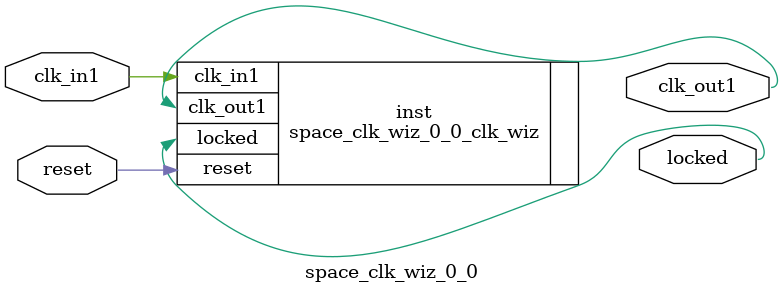
<source format=v>


`timescale 1ps/1ps

(* CORE_GENERATION_INFO = "space_clk_wiz_0_0,clk_wiz_v6_0_6_0_0,{component_name=space_clk_wiz_0_0,use_phase_alignment=true,use_min_o_jitter=false,use_max_i_jitter=false,use_dyn_phase_shift=false,use_inclk_switchover=false,use_dyn_reconfig=false,enable_axi=0,feedback_source=FDBK_AUTO,PRIMITIVE=MMCM,num_out_clk=1,clkin1_period=10.000,clkin2_period=10.000,use_power_down=false,use_reset=true,use_locked=true,use_inclk_stopped=false,feedback_type=SINGLE,CLOCK_MGR_TYPE=NA,manual_override=false}" *)

module space_clk_wiz_0_0 
 (
  // Clock out ports
  output        clk_out1,
  // Status and control signals
  input         reset,
  output        locked,
 // Clock in ports
  input         clk_in1
 );

  space_clk_wiz_0_0_clk_wiz inst
  (
  // Clock out ports  
  .clk_out1(clk_out1),
  // Status and control signals               
  .reset(reset), 
  .locked(locked),
 // Clock in ports
  .clk_in1(clk_in1)
  );

endmodule

</source>
